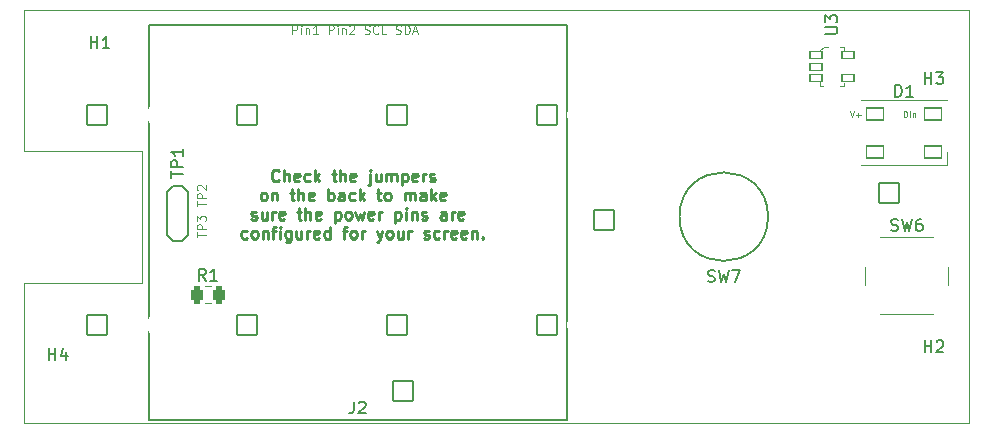
<source format=gto>
G04 #@! TF.GenerationSoftware,KiCad,Pcbnew,(6.0.1-0)*
G04 #@! TF.CreationDate,2022-02-27T22:00:48+07:00*
G04 #@! TF.ProjectId,V0_Display,56305f44-6973-4706-9c61-792e6b696361,rev?*
G04 #@! TF.SameCoordinates,Original*
G04 #@! TF.FileFunction,Legend,Top*
G04 #@! TF.FilePolarity,Positive*
%FSLAX46Y46*%
G04 Gerber Fmt 4.6, Leading zero omitted, Abs format (unit mm)*
G04 Created by KiCad (PCBNEW (6.0.1-0)) date 2022-02-27 22:00:48*
%MOMM*%
%LPD*%
G01*
G04 APERTURE LIST*
G04 Aperture macros list*
%AMRoundRect*
0 Rectangle with rounded corners*
0 $1 Rounding radius*
0 $2 $3 $4 $5 $6 $7 $8 $9 X,Y pos of 4 corners*
0 Add a 4 corners polygon primitive as box body*
4,1,4,$2,$3,$4,$5,$6,$7,$8,$9,$2,$3,0*
0 Add four circle primitives for the rounded corners*
1,1,$1+$1,$2,$3*
1,1,$1+$1,$4,$5*
1,1,$1+$1,$6,$7*
1,1,$1+$1,$8,$9*
0 Add four rect primitives between the rounded corners*
20,1,$1+$1,$2,$3,$4,$5,0*
20,1,$1+$1,$4,$5,$6,$7,0*
20,1,$1+$1,$6,$7,$8,$9,0*
20,1,$1+$1,$8,$9,$2,$3,0*%
G04 Aperture macros list end*
G04 #@! TA.AperFunction,Profile*
%ADD10C,0.050000*%
G04 #@! TD*
%ADD11C,0.075000*%
%ADD12C,0.100000*%
%ADD13C,0.250000*%
%ADD14C,0.150000*%
%ADD15C,0.120000*%
%ADD16C,2.802000*%
%ADD17C,2.102000*%
%ADD18O,2.602000X4.102000*%
%ADD19RoundRect,0.051000X-0.750000X-0.500000X0.750000X-0.500000X0.750000X0.500000X-0.750000X0.500000X0*%
%ADD20C,1.502000*%
%ADD21RoundRect,0.070000X-0.525000X0.300000X-0.525000X-0.300000X0.525000X-0.300000X0.525000X0.300000X0*%
%ADD22C,1.626000*%
%ADD23RoundRect,0.294750X-0.243750X-0.456250X0.243750X-0.456250X0.243750X0.456250X-0.243750X0.456250X0*%
%ADD24RoundRect,0.051000X0.850000X-0.850000X0.850000X0.850000X-0.850000X0.850000X-0.850000X-0.850000X0*%
%ADD25O,1.802000X1.802000*%
%ADD26RoundRect,0.051000X-0.850000X0.850000X-0.850000X-0.850000X0.850000X-0.850000X0.850000X0.850000X0*%
%ADD27O,1.902000X1.902000*%
%ADD28O,1.602000X1.602000*%
G04 APERTURE END LIST*
D10*
X85170000Y-61562000D02*
X85170000Y-49650000D01*
X165170000Y-84650000D02*
X85170000Y-84650000D01*
X85170000Y-84650000D02*
X85170000Y-72738000D01*
X85170000Y-61562000D02*
X95144000Y-61562000D01*
X85170000Y-72738000D02*
X95144000Y-72738000D01*
X95144000Y-61562000D02*
X95144000Y-72738000D01*
X85170000Y-49650000D02*
X165170000Y-49650000D01*
X165170000Y-49650000D02*
X165170000Y-84650000D01*
D11*
X155119809Y-58240190D02*
X155286476Y-58740190D01*
X155453142Y-58240190D01*
X155619809Y-58549714D02*
X156000761Y-58549714D01*
X155810285Y-58740190D02*
X155810285Y-58359238D01*
D12*
X107902142Y-51687285D02*
X107902142Y-50937285D01*
X108187857Y-50937285D01*
X108259285Y-50973000D01*
X108295000Y-51008714D01*
X108330714Y-51080142D01*
X108330714Y-51187285D01*
X108295000Y-51258714D01*
X108259285Y-51294428D01*
X108187857Y-51330142D01*
X107902142Y-51330142D01*
X108652142Y-51687285D02*
X108652142Y-51187285D01*
X108652142Y-50937285D02*
X108616428Y-50973000D01*
X108652142Y-51008714D01*
X108687857Y-50973000D01*
X108652142Y-50937285D01*
X108652142Y-51008714D01*
X109009285Y-51187285D02*
X109009285Y-51687285D01*
X109009285Y-51258714D02*
X109045000Y-51223000D01*
X109116428Y-51187285D01*
X109223571Y-51187285D01*
X109295000Y-51223000D01*
X109330714Y-51294428D01*
X109330714Y-51687285D01*
X110080714Y-51687285D02*
X109652142Y-51687285D01*
X109866428Y-51687285D02*
X109866428Y-50937285D01*
X109795000Y-51044428D01*
X109723571Y-51115857D01*
X109652142Y-51151571D01*
X110973571Y-51687285D02*
X110973571Y-50937285D01*
X111259285Y-50937285D01*
X111330714Y-50973000D01*
X111366428Y-51008714D01*
X111402142Y-51080142D01*
X111402142Y-51187285D01*
X111366428Y-51258714D01*
X111330714Y-51294428D01*
X111259285Y-51330142D01*
X110973571Y-51330142D01*
X111723571Y-51687285D02*
X111723571Y-51187285D01*
X111723571Y-50937285D02*
X111687857Y-50973000D01*
X111723571Y-51008714D01*
X111759285Y-50973000D01*
X111723571Y-50937285D01*
X111723571Y-51008714D01*
X112080714Y-51187285D02*
X112080714Y-51687285D01*
X112080714Y-51258714D02*
X112116428Y-51223000D01*
X112187857Y-51187285D01*
X112295000Y-51187285D01*
X112366428Y-51223000D01*
X112402142Y-51294428D01*
X112402142Y-51687285D01*
X112723571Y-51008714D02*
X112759285Y-50973000D01*
X112830714Y-50937285D01*
X113009285Y-50937285D01*
X113080714Y-50973000D01*
X113116428Y-51008714D01*
X113152142Y-51080142D01*
X113152142Y-51151571D01*
X113116428Y-51258714D01*
X112687857Y-51687285D01*
X113152142Y-51687285D01*
X114009285Y-51651571D02*
X114116428Y-51687285D01*
X114295000Y-51687285D01*
X114366428Y-51651571D01*
X114402142Y-51615857D01*
X114437857Y-51544428D01*
X114437857Y-51473000D01*
X114402142Y-51401571D01*
X114366428Y-51365857D01*
X114295000Y-51330142D01*
X114152142Y-51294428D01*
X114080714Y-51258714D01*
X114045000Y-51223000D01*
X114009285Y-51151571D01*
X114009285Y-51080142D01*
X114045000Y-51008714D01*
X114080714Y-50973000D01*
X114152142Y-50937285D01*
X114330714Y-50937285D01*
X114437857Y-50973000D01*
X115187857Y-51615857D02*
X115152142Y-51651571D01*
X115045000Y-51687285D01*
X114973571Y-51687285D01*
X114866428Y-51651571D01*
X114795000Y-51580142D01*
X114759285Y-51508714D01*
X114723571Y-51365857D01*
X114723571Y-51258714D01*
X114759285Y-51115857D01*
X114795000Y-51044428D01*
X114866428Y-50973000D01*
X114973571Y-50937285D01*
X115045000Y-50937285D01*
X115152142Y-50973000D01*
X115187857Y-51008714D01*
X115866428Y-51687285D02*
X115509285Y-51687285D01*
X115509285Y-50937285D01*
X116652142Y-51651571D02*
X116759285Y-51687285D01*
X116937857Y-51687285D01*
X117009285Y-51651571D01*
X117045000Y-51615857D01*
X117080714Y-51544428D01*
X117080714Y-51473000D01*
X117045000Y-51401571D01*
X117009285Y-51365857D01*
X116937857Y-51330142D01*
X116795000Y-51294428D01*
X116723571Y-51258714D01*
X116687857Y-51223000D01*
X116652142Y-51151571D01*
X116652142Y-51080142D01*
X116687857Y-51008714D01*
X116723571Y-50973000D01*
X116795000Y-50937285D01*
X116973571Y-50937285D01*
X117080714Y-50973000D01*
X117402142Y-51687285D02*
X117402142Y-50937285D01*
X117580714Y-50937285D01*
X117687857Y-50973000D01*
X117759285Y-51044428D01*
X117795000Y-51115857D01*
X117830714Y-51258714D01*
X117830714Y-51365857D01*
X117795000Y-51508714D01*
X117759285Y-51580142D01*
X117687857Y-51651571D01*
X117580714Y-51687285D01*
X117402142Y-51687285D01*
X118116428Y-51473000D02*
X118473571Y-51473000D01*
X118045000Y-51687285D02*
X118295000Y-50937285D01*
X118545000Y-51687285D01*
X99813285Y-68892000D02*
X99813285Y-68463428D01*
X100563285Y-68677714D02*
X99813285Y-68677714D01*
X100563285Y-68213428D02*
X99813285Y-68213428D01*
X99813285Y-67927714D01*
X99849000Y-67856285D01*
X99884714Y-67820571D01*
X99956142Y-67784857D01*
X100063285Y-67784857D01*
X100134714Y-67820571D01*
X100170428Y-67856285D01*
X100206142Y-67927714D01*
X100206142Y-68213428D01*
X99813285Y-67534857D02*
X99813285Y-67070571D01*
X100099000Y-67320571D01*
X100099000Y-67213428D01*
X100134714Y-67142000D01*
X100170428Y-67106285D01*
X100241857Y-67070571D01*
X100420428Y-67070571D01*
X100491857Y-67106285D01*
X100527571Y-67142000D01*
X100563285Y-67213428D01*
X100563285Y-67427714D01*
X100527571Y-67499142D01*
X100491857Y-67534857D01*
X99813285Y-66284857D02*
X99813285Y-65856285D01*
X100563285Y-66070571D02*
X99813285Y-66070571D01*
X100563285Y-65606285D02*
X99813285Y-65606285D01*
X99813285Y-65320571D01*
X99849000Y-65249142D01*
X99884714Y-65213428D01*
X99956142Y-65177714D01*
X100063285Y-65177714D01*
X100134714Y-65213428D01*
X100170428Y-65249142D01*
X100206142Y-65320571D01*
X100206142Y-65606285D01*
X99884714Y-64892000D02*
X99849000Y-64856285D01*
X99813285Y-64784857D01*
X99813285Y-64606285D01*
X99849000Y-64534857D01*
X99884714Y-64499142D01*
X99956142Y-64463428D01*
X100027571Y-64463428D01*
X100134714Y-64499142D01*
X100563285Y-64927714D01*
X100563285Y-64463428D01*
D11*
X159691809Y-58740190D02*
X159691809Y-58240190D01*
X159810857Y-58240190D01*
X159882285Y-58264000D01*
X159929904Y-58311619D01*
X159953714Y-58359238D01*
X159977523Y-58454476D01*
X159977523Y-58525904D01*
X159953714Y-58621142D01*
X159929904Y-58668761D01*
X159882285Y-58716380D01*
X159810857Y-58740190D01*
X159691809Y-58740190D01*
X160191809Y-58740190D02*
X160191809Y-58406857D01*
X160191809Y-58240190D02*
X160168000Y-58264000D01*
X160191809Y-58287809D01*
X160215619Y-58264000D01*
X160191809Y-58240190D01*
X160191809Y-58287809D01*
X160429904Y-58406857D02*
X160429904Y-58740190D01*
X160429904Y-58454476D02*
X160453714Y-58430666D01*
X160501333Y-58406857D01*
X160572761Y-58406857D01*
X160620380Y-58430666D01*
X160644190Y-58478285D01*
X160644190Y-58740190D01*
D13*
X106765333Y-64076142D02*
X106717714Y-64123761D01*
X106574857Y-64171380D01*
X106479619Y-64171380D01*
X106336761Y-64123761D01*
X106241523Y-64028523D01*
X106193904Y-63933285D01*
X106146285Y-63742809D01*
X106146285Y-63599952D01*
X106193904Y-63409476D01*
X106241523Y-63314238D01*
X106336761Y-63219000D01*
X106479619Y-63171380D01*
X106574857Y-63171380D01*
X106717714Y-63219000D01*
X106765333Y-63266619D01*
X107193904Y-64171380D02*
X107193904Y-63171380D01*
X107622476Y-64171380D02*
X107622476Y-63647571D01*
X107574857Y-63552333D01*
X107479619Y-63504714D01*
X107336761Y-63504714D01*
X107241523Y-63552333D01*
X107193904Y-63599952D01*
X108479619Y-64123761D02*
X108384380Y-64171380D01*
X108193904Y-64171380D01*
X108098666Y-64123761D01*
X108051047Y-64028523D01*
X108051047Y-63647571D01*
X108098666Y-63552333D01*
X108193904Y-63504714D01*
X108384380Y-63504714D01*
X108479619Y-63552333D01*
X108527238Y-63647571D01*
X108527238Y-63742809D01*
X108051047Y-63838047D01*
X109384380Y-64123761D02*
X109289142Y-64171380D01*
X109098666Y-64171380D01*
X109003428Y-64123761D01*
X108955809Y-64076142D01*
X108908190Y-63980904D01*
X108908190Y-63695190D01*
X108955809Y-63599952D01*
X109003428Y-63552333D01*
X109098666Y-63504714D01*
X109289142Y-63504714D01*
X109384380Y-63552333D01*
X109812952Y-64171380D02*
X109812952Y-63171380D01*
X109908190Y-63790428D02*
X110193904Y-64171380D01*
X110193904Y-63504714D02*
X109812952Y-63885666D01*
X111241523Y-63504714D02*
X111622476Y-63504714D01*
X111384380Y-63171380D02*
X111384380Y-64028523D01*
X111432000Y-64123761D01*
X111527238Y-64171380D01*
X111622476Y-64171380D01*
X111955809Y-64171380D02*
X111955809Y-63171380D01*
X112384380Y-64171380D02*
X112384380Y-63647571D01*
X112336761Y-63552333D01*
X112241523Y-63504714D01*
X112098666Y-63504714D01*
X112003428Y-63552333D01*
X111955809Y-63599952D01*
X113241523Y-64123761D02*
X113146285Y-64171380D01*
X112955809Y-64171380D01*
X112860571Y-64123761D01*
X112812952Y-64028523D01*
X112812952Y-63647571D01*
X112860571Y-63552333D01*
X112955809Y-63504714D01*
X113146285Y-63504714D01*
X113241523Y-63552333D01*
X113289142Y-63647571D01*
X113289142Y-63742809D01*
X112812952Y-63838047D01*
X114479619Y-63504714D02*
X114479619Y-64361857D01*
X114432000Y-64457095D01*
X114336761Y-64504714D01*
X114289142Y-64504714D01*
X114479619Y-63171380D02*
X114432000Y-63219000D01*
X114479619Y-63266619D01*
X114527238Y-63219000D01*
X114479619Y-63171380D01*
X114479619Y-63266619D01*
X115384380Y-63504714D02*
X115384380Y-64171380D01*
X114955809Y-63504714D02*
X114955809Y-64028523D01*
X115003428Y-64123761D01*
X115098666Y-64171380D01*
X115241523Y-64171380D01*
X115336761Y-64123761D01*
X115384380Y-64076142D01*
X115860571Y-64171380D02*
X115860571Y-63504714D01*
X115860571Y-63599952D02*
X115908190Y-63552333D01*
X116003428Y-63504714D01*
X116146285Y-63504714D01*
X116241523Y-63552333D01*
X116289142Y-63647571D01*
X116289142Y-64171380D01*
X116289142Y-63647571D02*
X116336761Y-63552333D01*
X116432000Y-63504714D01*
X116574857Y-63504714D01*
X116670095Y-63552333D01*
X116717714Y-63647571D01*
X116717714Y-64171380D01*
X117193904Y-63504714D02*
X117193904Y-64504714D01*
X117193904Y-63552333D02*
X117289142Y-63504714D01*
X117479619Y-63504714D01*
X117574857Y-63552333D01*
X117622476Y-63599952D01*
X117670095Y-63695190D01*
X117670095Y-63980904D01*
X117622476Y-64076142D01*
X117574857Y-64123761D01*
X117479619Y-64171380D01*
X117289142Y-64171380D01*
X117193904Y-64123761D01*
X118479619Y-64123761D02*
X118384380Y-64171380D01*
X118193904Y-64171380D01*
X118098666Y-64123761D01*
X118051047Y-64028523D01*
X118051047Y-63647571D01*
X118098666Y-63552333D01*
X118193904Y-63504714D01*
X118384380Y-63504714D01*
X118479619Y-63552333D01*
X118527238Y-63647571D01*
X118527238Y-63742809D01*
X118051047Y-63838047D01*
X118955809Y-64171380D02*
X118955809Y-63504714D01*
X118955809Y-63695190D02*
X119003428Y-63599952D01*
X119051047Y-63552333D01*
X119146285Y-63504714D01*
X119241523Y-63504714D01*
X119527238Y-64123761D02*
X119622476Y-64171380D01*
X119812952Y-64171380D01*
X119908190Y-64123761D01*
X119955809Y-64028523D01*
X119955809Y-63980904D01*
X119908190Y-63885666D01*
X119812952Y-63838047D01*
X119670095Y-63838047D01*
X119574857Y-63790428D01*
X119527238Y-63695190D01*
X119527238Y-63647571D01*
X119574857Y-63552333D01*
X119670095Y-63504714D01*
X119812952Y-63504714D01*
X119908190Y-63552333D01*
X105408190Y-65781380D02*
X105312952Y-65733761D01*
X105265333Y-65686142D01*
X105217714Y-65590904D01*
X105217714Y-65305190D01*
X105265333Y-65209952D01*
X105312952Y-65162333D01*
X105408190Y-65114714D01*
X105551047Y-65114714D01*
X105646285Y-65162333D01*
X105693904Y-65209952D01*
X105741523Y-65305190D01*
X105741523Y-65590904D01*
X105693904Y-65686142D01*
X105646285Y-65733761D01*
X105551047Y-65781380D01*
X105408190Y-65781380D01*
X106170095Y-65114714D02*
X106170095Y-65781380D01*
X106170095Y-65209952D02*
X106217714Y-65162333D01*
X106312952Y-65114714D01*
X106455809Y-65114714D01*
X106551047Y-65162333D01*
X106598666Y-65257571D01*
X106598666Y-65781380D01*
X107693904Y-65114714D02*
X108074857Y-65114714D01*
X107836761Y-64781380D02*
X107836761Y-65638523D01*
X107884380Y-65733761D01*
X107979619Y-65781380D01*
X108074857Y-65781380D01*
X108408190Y-65781380D02*
X108408190Y-64781380D01*
X108836761Y-65781380D02*
X108836761Y-65257571D01*
X108789142Y-65162333D01*
X108693904Y-65114714D01*
X108551047Y-65114714D01*
X108455809Y-65162333D01*
X108408190Y-65209952D01*
X109693904Y-65733761D02*
X109598666Y-65781380D01*
X109408190Y-65781380D01*
X109312952Y-65733761D01*
X109265333Y-65638523D01*
X109265333Y-65257571D01*
X109312952Y-65162333D01*
X109408190Y-65114714D01*
X109598666Y-65114714D01*
X109693904Y-65162333D01*
X109741523Y-65257571D01*
X109741523Y-65352809D01*
X109265333Y-65448047D01*
X110932000Y-65781380D02*
X110932000Y-64781380D01*
X110932000Y-65162333D02*
X111027238Y-65114714D01*
X111217714Y-65114714D01*
X111312952Y-65162333D01*
X111360571Y-65209952D01*
X111408190Y-65305190D01*
X111408190Y-65590904D01*
X111360571Y-65686142D01*
X111312952Y-65733761D01*
X111217714Y-65781380D01*
X111027238Y-65781380D01*
X110932000Y-65733761D01*
X112265333Y-65781380D02*
X112265333Y-65257571D01*
X112217714Y-65162333D01*
X112122476Y-65114714D01*
X111932000Y-65114714D01*
X111836761Y-65162333D01*
X112265333Y-65733761D02*
X112170095Y-65781380D01*
X111932000Y-65781380D01*
X111836761Y-65733761D01*
X111789142Y-65638523D01*
X111789142Y-65543285D01*
X111836761Y-65448047D01*
X111932000Y-65400428D01*
X112170095Y-65400428D01*
X112265333Y-65352809D01*
X113170095Y-65733761D02*
X113074857Y-65781380D01*
X112884380Y-65781380D01*
X112789142Y-65733761D01*
X112741523Y-65686142D01*
X112693904Y-65590904D01*
X112693904Y-65305190D01*
X112741523Y-65209952D01*
X112789142Y-65162333D01*
X112884380Y-65114714D01*
X113074857Y-65114714D01*
X113170095Y-65162333D01*
X113598666Y-65781380D02*
X113598666Y-64781380D01*
X113693904Y-65400428D02*
X113979619Y-65781380D01*
X113979619Y-65114714D02*
X113598666Y-65495666D01*
X115027238Y-65114714D02*
X115408190Y-65114714D01*
X115170095Y-64781380D02*
X115170095Y-65638523D01*
X115217714Y-65733761D01*
X115312952Y-65781380D01*
X115408190Y-65781380D01*
X115884380Y-65781380D02*
X115789142Y-65733761D01*
X115741523Y-65686142D01*
X115693904Y-65590904D01*
X115693904Y-65305190D01*
X115741523Y-65209952D01*
X115789142Y-65162333D01*
X115884380Y-65114714D01*
X116027238Y-65114714D01*
X116122476Y-65162333D01*
X116170095Y-65209952D01*
X116217714Y-65305190D01*
X116217714Y-65590904D01*
X116170095Y-65686142D01*
X116122476Y-65733761D01*
X116027238Y-65781380D01*
X115884380Y-65781380D01*
X117408190Y-65781380D02*
X117408190Y-65114714D01*
X117408190Y-65209952D02*
X117455809Y-65162333D01*
X117551047Y-65114714D01*
X117693904Y-65114714D01*
X117789142Y-65162333D01*
X117836761Y-65257571D01*
X117836761Y-65781380D01*
X117836761Y-65257571D02*
X117884380Y-65162333D01*
X117979619Y-65114714D01*
X118122476Y-65114714D01*
X118217714Y-65162333D01*
X118265333Y-65257571D01*
X118265333Y-65781380D01*
X119170095Y-65781380D02*
X119170095Y-65257571D01*
X119122476Y-65162333D01*
X119027238Y-65114714D01*
X118836761Y-65114714D01*
X118741523Y-65162333D01*
X119170095Y-65733761D02*
X119074857Y-65781380D01*
X118836761Y-65781380D01*
X118741523Y-65733761D01*
X118693904Y-65638523D01*
X118693904Y-65543285D01*
X118741523Y-65448047D01*
X118836761Y-65400428D01*
X119074857Y-65400428D01*
X119170095Y-65352809D01*
X119646285Y-65781380D02*
X119646285Y-64781380D01*
X119741523Y-65400428D02*
X120027238Y-65781380D01*
X120027238Y-65114714D02*
X119646285Y-65495666D01*
X120836761Y-65733761D02*
X120741523Y-65781380D01*
X120551047Y-65781380D01*
X120455809Y-65733761D01*
X120408190Y-65638523D01*
X120408190Y-65257571D01*
X120455809Y-65162333D01*
X120551047Y-65114714D01*
X120741523Y-65114714D01*
X120836761Y-65162333D01*
X120884380Y-65257571D01*
X120884380Y-65352809D01*
X120408190Y-65448047D01*
X104432000Y-67343761D02*
X104527238Y-67391380D01*
X104717714Y-67391380D01*
X104812952Y-67343761D01*
X104860571Y-67248523D01*
X104860571Y-67200904D01*
X104812952Y-67105666D01*
X104717714Y-67058047D01*
X104574857Y-67058047D01*
X104479619Y-67010428D01*
X104432000Y-66915190D01*
X104432000Y-66867571D01*
X104479619Y-66772333D01*
X104574857Y-66724714D01*
X104717714Y-66724714D01*
X104812952Y-66772333D01*
X105717714Y-66724714D02*
X105717714Y-67391380D01*
X105289142Y-66724714D02*
X105289142Y-67248523D01*
X105336761Y-67343761D01*
X105432000Y-67391380D01*
X105574857Y-67391380D01*
X105670095Y-67343761D01*
X105717714Y-67296142D01*
X106193904Y-67391380D02*
X106193904Y-66724714D01*
X106193904Y-66915190D02*
X106241523Y-66819952D01*
X106289142Y-66772333D01*
X106384380Y-66724714D01*
X106479619Y-66724714D01*
X107193904Y-67343761D02*
X107098666Y-67391380D01*
X106908190Y-67391380D01*
X106812952Y-67343761D01*
X106765333Y-67248523D01*
X106765333Y-66867571D01*
X106812952Y-66772333D01*
X106908190Y-66724714D01*
X107098666Y-66724714D01*
X107193904Y-66772333D01*
X107241523Y-66867571D01*
X107241523Y-66962809D01*
X106765333Y-67058047D01*
X108289142Y-66724714D02*
X108670095Y-66724714D01*
X108432000Y-66391380D02*
X108432000Y-67248523D01*
X108479619Y-67343761D01*
X108574857Y-67391380D01*
X108670095Y-67391380D01*
X109003428Y-67391380D02*
X109003428Y-66391380D01*
X109432000Y-67391380D02*
X109432000Y-66867571D01*
X109384380Y-66772333D01*
X109289142Y-66724714D01*
X109146285Y-66724714D01*
X109051047Y-66772333D01*
X109003428Y-66819952D01*
X110289142Y-67343761D02*
X110193904Y-67391380D01*
X110003428Y-67391380D01*
X109908190Y-67343761D01*
X109860571Y-67248523D01*
X109860571Y-66867571D01*
X109908190Y-66772333D01*
X110003428Y-66724714D01*
X110193904Y-66724714D01*
X110289142Y-66772333D01*
X110336761Y-66867571D01*
X110336761Y-66962809D01*
X109860571Y-67058047D01*
X111527238Y-66724714D02*
X111527238Y-67724714D01*
X111527238Y-66772333D02*
X111622476Y-66724714D01*
X111812952Y-66724714D01*
X111908190Y-66772333D01*
X111955809Y-66819952D01*
X112003428Y-66915190D01*
X112003428Y-67200904D01*
X111955809Y-67296142D01*
X111908190Y-67343761D01*
X111812952Y-67391380D01*
X111622476Y-67391380D01*
X111527238Y-67343761D01*
X112574857Y-67391380D02*
X112479619Y-67343761D01*
X112432000Y-67296142D01*
X112384380Y-67200904D01*
X112384380Y-66915190D01*
X112432000Y-66819952D01*
X112479619Y-66772333D01*
X112574857Y-66724714D01*
X112717714Y-66724714D01*
X112812952Y-66772333D01*
X112860571Y-66819952D01*
X112908190Y-66915190D01*
X112908190Y-67200904D01*
X112860571Y-67296142D01*
X112812952Y-67343761D01*
X112717714Y-67391380D01*
X112574857Y-67391380D01*
X113241523Y-66724714D02*
X113432000Y-67391380D01*
X113622476Y-66915190D01*
X113812952Y-67391380D01*
X114003428Y-66724714D01*
X114765333Y-67343761D02*
X114670095Y-67391380D01*
X114479619Y-67391380D01*
X114384380Y-67343761D01*
X114336761Y-67248523D01*
X114336761Y-66867571D01*
X114384380Y-66772333D01*
X114479619Y-66724714D01*
X114670095Y-66724714D01*
X114765333Y-66772333D01*
X114812952Y-66867571D01*
X114812952Y-66962809D01*
X114336761Y-67058047D01*
X115241523Y-67391380D02*
X115241523Y-66724714D01*
X115241523Y-66915190D02*
X115289142Y-66819952D01*
X115336761Y-66772333D01*
X115432000Y-66724714D01*
X115527238Y-66724714D01*
X116622476Y-66724714D02*
X116622476Y-67724714D01*
X116622476Y-66772333D02*
X116717714Y-66724714D01*
X116908190Y-66724714D01*
X117003428Y-66772333D01*
X117051047Y-66819952D01*
X117098666Y-66915190D01*
X117098666Y-67200904D01*
X117051047Y-67296142D01*
X117003428Y-67343761D01*
X116908190Y-67391380D01*
X116717714Y-67391380D01*
X116622476Y-67343761D01*
X117527238Y-67391380D02*
X117527238Y-66724714D01*
X117527238Y-66391380D02*
X117479619Y-66439000D01*
X117527238Y-66486619D01*
X117574857Y-66439000D01*
X117527238Y-66391380D01*
X117527238Y-66486619D01*
X118003428Y-66724714D02*
X118003428Y-67391380D01*
X118003428Y-66819952D02*
X118051047Y-66772333D01*
X118146285Y-66724714D01*
X118289142Y-66724714D01*
X118384380Y-66772333D01*
X118432000Y-66867571D01*
X118432000Y-67391380D01*
X118860571Y-67343761D02*
X118955809Y-67391380D01*
X119146285Y-67391380D01*
X119241523Y-67343761D01*
X119289142Y-67248523D01*
X119289142Y-67200904D01*
X119241523Y-67105666D01*
X119146285Y-67058047D01*
X119003428Y-67058047D01*
X118908190Y-67010428D01*
X118860571Y-66915190D01*
X118860571Y-66867571D01*
X118908190Y-66772333D01*
X119003428Y-66724714D01*
X119146285Y-66724714D01*
X119241523Y-66772333D01*
X120908190Y-67391380D02*
X120908190Y-66867571D01*
X120860571Y-66772333D01*
X120765333Y-66724714D01*
X120574857Y-66724714D01*
X120479619Y-66772333D01*
X120908190Y-67343761D02*
X120812952Y-67391380D01*
X120574857Y-67391380D01*
X120479619Y-67343761D01*
X120432000Y-67248523D01*
X120432000Y-67153285D01*
X120479619Y-67058047D01*
X120574857Y-67010428D01*
X120812952Y-67010428D01*
X120908190Y-66962809D01*
X121384380Y-67391380D02*
X121384380Y-66724714D01*
X121384380Y-66915190D02*
X121432000Y-66819952D01*
X121479619Y-66772333D01*
X121574857Y-66724714D01*
X121670095Y-66724714D01*
X122384380Y-67343761D02*
X122289142Y-67391380D01*
X122098666Y-67391380D01*
X122003428Y-67343761D01*
X121955809Y-67248523D01*
X121955809Y-66867571D01*
X122003428Y-66772333D01*
X122098666Y-66724714D01*
X122289142Y-66724714D01*
X122384380Y-66772333D01*
X122432000Y-66867571D01*
X122432000Y-66962809D01*
X121955809Y-67058047D01*
X104051047Y-68953761D02*
X103955809Y-69001380D01*
X103765333Y-69001380D01*
X103670095Y-68953761D01*
X103622476Y-68906142D01*
X103574857Y-68810904D01*
X103574857Y-68525190D01*
X103622476Y-68429952D01*
X103670095Y-68382333D01*
X103765333Y-68334714D01*
X103955809Y-68334714D01*
X104051047Y-68382333D01*
X104622476Y-69001380D02*
X104527238Y-68953761D01*
X104479619Y-68906142D01*
X104432000Y-68810904D01*
X104432000Y-68525190D01*
X104479619Y-68429952D01*
X104527238Y-68382333D01*
X104622476Y-68334714D01*
X104765333Y-68334714D01*
X104860571Y-68382333D01*
X104908190Y-68429952D01*
X104955809Y-68525190D01*
X104955809Y-68810904D01*
X104908190Y-68906142D01*
X104860571Y-68953761D01*
X104765333Y-69001380D01*
X104622476Y-69001380D01*
X105384380Y-68334714D02*
X105384380Y-69001380D01*
X105384380Y-68429952D02*
X105432000Y-68382333D01*
X105527238Y-68334714D01*
X105670095Y-68334714D01*
X105765333Y-68382333D01*
X105812952Y-68477571D01*
X105812952Y-69001380D01*
X106146285Y-68334714D02*
X106527238Y-68334714D01*
X106289142Y-69001380D02*
X106289142Y-68144238D01*
X106336761Y-68049000D01*
X106432000Y-68001380D01*
X106527238Y-68001380D01*
X106860571Y-69001380D02*
X106860571Y-68334714D01*
X106860571Y-68001380D02*
X106812952Y-68049000D01*
X106860571Y-68096619D01*
X106908190Y-68049000D01*
X106860571Y-68001380D01*
X106860571Y-68096619D01*
X107765333Y-68334714D02*
X107765333Y-69144238D01*
X107717714Y-69239476D01*
X107670095Y-69287095D01*
X107574857Y-69334714D01*
X107432000Y-69334714D01*
X107336761Y-69287095D01*
X107765333Y-68953761D02*
X107670095Y-69001380D01*
X107479619Y-69001380D01*
X107384380Y-68953761D01*
X107336761Y-68906142D01*
X107289142Y-68810904D01*
X107289142Y-68525190D01*
X107336761Y-68429952D01*
X107384380Y-68382333D01*
X107479619Y-68334714D01*
X107670095Y-68334714D01*
X107765333Y-68382333D01*
X108670095Y-68334714D02*
X108670095Y-69001380D01*
X108241523Y-68334714D02*
X108241523Y-68858523D01*
X108289142Y-68953761D01*
X108384380Y-69001380D01*
X108527238Y-69001380D01*
X108622476Y-68953761D01*
X108670095Y-68906142D01*
X109146285Y-69001380D02*
X109146285Y-68334714D01*
X109146285Y-68525190D02*
X109193904Y-68429952D01*
X109241523Y-68382333D01*
X109336761Y-68334714D01*
X109432000Y-68334714D01*
X110146285Y-68953761D02*
X110051047Y-69001380D01*
X109860571Y-69001380D01*
X109765333Y-68953761D01*
X109717714Y-68858523D01*
X109717714Y-68477571D01*
X109765333Y-68382333D01*
X109860571Y-68334714D01*
X110051047Y-68334714D01*
X110146285Y-68382333D01*
X110193904Y-68477571D01*
X110193904Y-68572809D01*
X109717714Y-68668047D01*
X111051047Y-69001380D02*
X111051047Y-68001380D01*
X111051047Y-68953761D02*
X110955809Y-69001380D01*
X110765333Y-69001380D01*
X110670095Y-68953761D01*
X110622476Y-68906142D01*
X110574857Y-68810904D01*
X110574857Y-68525190D01*
X110622476Y-68429952D01*
X110670095Y-68382333D01*
X110765333Y-68334714D01*
X110955809Y-68334714D01*
X111051047Y-68382333D01*
X112146285Y-68334714D02*
X112527238Y-68334714D01*
X112289142Y-69001380D02*
X112289142Y-68144238D01*
X112336761Y-68049000D01*
X112432000Y-68001380D01*
X112527238Y-68001380D01*
X113003428Y-69001380D02*
X112908190Y-68953761D01*
X112860571Y-68906142D01*
X112812952Y-68810904D01*
X112812952Y-68525190D01*
X112860571Y-68429952D01*
X112908190Y-68382333D01*
X113003428Y-68334714D01*
X113146285Y-68334714D01*
X113241523Y-68382333D01*
X113289142Y-68429952D01*
X113336761Y-68525190D01*
X113336761Y-68810904D01*
X113289142Y-68906142D01*
X113241523Y-68953761D01*
X113146285Y-69001380D01*
X113003428Y-69001380D01*
X113765333Y-69001380D02*
X113765333Y-68334714D01*
X113765333Y-68525190D02*
X113812952Y-68429952D01*
X113860571Y-68382333D01*
X113955809Y-68334714D01*
X114051047Y-68334714D01*
X115051047Y-68334714D02*
X115289142Y-69001380D01*
X115527238Y-68334714D02*
X115289142Y-69001380D01*
X115193904Y-69239476D01*
X115146285Y-69287095D01*
X115051047Y-69334714D01*
X116051047Y-69001380D02*
X115955809Y-68953761D01*
X115908190Y-68906142D01*
X115860571Y-68810904D01*
X115860571Y-68525190D01*
X115908190Y-68429952D01*
X115955809Y-68382333D01*
X116051047Y-68334714D01*
X116193904Y-68334714D01*
X116289142Y-68382333D01*
X116336761Y-68429952D01*
X116384380Y-68525190D01*
X116384380Y-68810904D01*
X116336761Y-68906142D01*
X116289142Y-68953761D01*
X116193904Y-69001380D01*
X116051047Y-69001380D01*
X117241523Y-68334714D02*
X117241523Y-69001380D01*
X116812952Y-68334714D02*
X116812952Y-68858523D01*
X116860571Y-68953761D01*
X116955809Y-69001380D01*
X117098666Y-69001380D01*
X117193904Y-68953761D01*
X117241523Y-68906142D01*
X117717714Y-69001380D02*
X117717714Y-68334714D01*
X117717714Y-68525190D02*
X117765333Y-68429952D01*
X117812952Y-68382333D01*
X117908190Y-68334714D01*
X118003428Y-68334714D01*
X119051047Y-68953761D02*
X119146285Y-69001380D01*
X119336761Y-69001380D01*
X119432000Y-68953761D01*
X119479619Y-68858523D01*
X119479619Y-68810904D01*
X119432000Y-68715666D01*
X119336761Y-68668047D01*
X119193904Y-68668047D01*
X119098666Y-68620428D01*
X119051047Y-68525190D01*
X119051047Y-68477571D01*
X119098666Y-68382333D01*
X119193904Y-68334714D01*
X119336761Y-68334714D01*
X119432000Y-68382333D01*
X120336761Y-68953761D02*
X120241523Y-69001380D01*
X120051047Y-69001380D01*
X119955809Y-68953761D01*
X119908190Y-68906142D01*
X119860571Y-68810904D01*
X119860571Y-68525190D01*
X119908190Y-68429952D01*
X119955809Y-68382333D01*
X120051047Y-68334714D01*
X120241523Y-68334714D01*
X120336761Y-68382333D01*
X120765333Y-69001380D02*
X120765333Y-68334714D01*
X120765333Y-68525190D02*
X120812952Y-68429952D01*
X120860571Y-68382333D01*
X120955809Y-68334714D01*
X121051047Y-68334714D01*
X121765333Y-68953761D02*
X121670095Y-69001380D01*
X121479619Y-69001380D01*
X121384380Y-68953761D01*
X121336761Y-68858523D01*
X121336761Y-68477571D01*
X121384380Y-68382333D01*
X121479619Y-68334714D01*
X121670095Y-68334714D01*
X121765333Y-68382333D01*
X121812952Y-68477571D01*
X121812952Y-68572809D01*
X121336761Y-68668047D01*
X122622476Y-68953761D02*
X122527238Y-69001380D01*
X122336761Y-69001380D01*
X122241523Y-68953761D01*
X122193904Y-68858523D01*
X122193904Y-68477571D01*
X122241523Y-68382333D01*
X122336761Y-68334714D01*
X122527238Y-68334714D01*
X122622476Y-68382333D01*
X122670095Y-68477571D01*
X122670095Y-68572809D01*
X122193904Y-68668047D01*
X123098666Y-68334714D02*
X123098666Y-69001380D01*
X123098666Y-68429952D02*
X123146285Y-68382333D01*
X123241523Y-68334714D01*
X123384380Y-68334714D01*
X123479619Y-68382333D01*
X123527238Y-68477571D01*
X123527238Y-69001380D01*
X124003428Y-68906142D02*
X124051047Y-68953761D01*
X124003428Y-69001380D01*
X123955809Y-68953761D01*
X124003428Y-68906142D01*
X124003428Y-69001380D01*
D14*
X161438095Y-78634380D02*
X161438095Y-77634380D01*
X161438095Y-78110571D02*
X162009523Y-78110571D01*
X162009523Y-78634380D02*
X162009523Y-77634380D01*
X162438095Y-77729619D02*
X162485714Y-77682000D01*
X162580952Y-77634380D01*
X162819047Y-77634380D01*
X162914285Y-77682000D01*
X162961904Y-77729619D01*
X163009523Y-77824857D01*
X163009523Y-77920095D01*
X162961904Y-78062952D01*
X162390476Y-78634380D01*
X163009523Y-78634380D01*
X161438095Y-55918380D02*
X161438095Y-54918380D01*
X161438095Y-55394571D02*
X162009523Y-55394571D01*
X162009523Y-55918380D02*
X162009523Y-54918380D01*
X162390476Y-54918380D02*
X163009523Y-54918380D01*
X162676190Y-55299333D01*
X162819047Y-55299333D01*
X162914285Y-55346952D01*
X162961904Y-55394571D01*
X163009523Y-55489809D01*
X163009523Y-55727904D01*
X162961904Y-55823142D01*
X162914285Y-55870761D01*
X162819047Y-55918380D01*
X162533333Y-55918380D01*
X162438095Y-55870761D01*
X162390476Y-55823142D01*
X158586666Y-68304761D02*
X158729523Y-68352380D01*
X158967619Y-68352380D01*
X159062857Y-68304761D01*
X159110476Y-68257142D01*
X159158095Y-68161904D01*
X159158095Y-68066666D01*
X159110476Y-67971428D01*
X159062857Y-67923809D01*
X158967619Y-67876190D01*
X158777142Y-67828571D01*
X158681904Y-67780952D01*
X158634285Y-67733333D01*
X158586666Y-67638095D01*
X158586666Y-67542857D01*
X158634285Y-67447619D01*
X158681904Y-67400000D01*
X158777142Y-67352380D01*
X159015238Y-67352380D01*
X159158095Y-67400000D01*
X159491428Y-67352380D02*
X159729523Y-68352380D01*
X159920000Y-67638095D01*
X160110476Y-68352380D01*
X160348571Y-67352380D01*
X161158095Y-67352380D02*
X160967619Y-67352380D01*
X160872380Y-67400000D01*
X160824761Y-67447619D01*
X160729523Y-67590476D01*
X160681904Y-67780952D01*
X160681904Y-68161904D01*
X160729523Y-68257142D01*
X160777142Y-68304761D01*
X160872380Y-68352380D01*
X161062857Y-68352380D01*
X161158095Y-68304761D01*
X161205714Y-68257142D01*
X161253333Y-68161904D01*
X161253333Y-67923809D01*
X161205714Y-67828571D01*
X161158095Y-67780952D01*
X161062857Y-67733333D01*
X160872380Y-67733333D01*
X160777142Y-67780952D01*
X160729523Y-67828571D01*
X160681904Y-67923809D01*
X143086666Y-72634761D02*
X143229523Y-72682380D01*
X143467619Y-72682380D01*
X143562857Y-72634761D01*
X143610476Y-72587142D01*
X143658095Y-72491904D01*
X143658095Y-72396666D01*
X143610476Y-72301428D01*
X143562857Y-72253809D01*
X143467619Y-72206190D01*
X143277142Y-72158571D01*
X143181904Y-72110952D01*
X143134285Y-72063333D01*
X143086666Y-71968095D01*
X143086666Y-71872857D01*
X143134285Y-71777619D01*
X143181904Y-71730000D01*
X143277142Y-71682380D01*
X143515238Y-71682380D01*
X143658095Y-71730000D01*
X143991428Y-71682380D02*
X144229523Y-72682380D01*
X144420000Y-71968095D01*
X144610476Y-72682380D01*
X144848571Y-71682380D01*
X145134285Y-71682380D02*
X145800952Y-71682380D01*
X145372380Y-72682380D01*
X87270095Y-79286380D02*
X87270095Y-78286380D01*
X87270095Y-78762571D02*
X87841523Y-78762571D01*
X87841523Y-79286380D02*
X87841523Y-78286380D01*
X88746285Y-78619714D02*
X88746285Y-79286380D01*
X88508190Y-78238761D02*
X88270095Y-78953047D01*
X88889142Y-78953047D01*
X90826095Y-52870380D02*
X90826095Y-51870380D01*
X90826095Y-52346571D02*
X91397523Y-52346571D01*
X91397523Y-52870380D02*
X91397523Y-51870380D01*
X92397523Y-52870380D02*
X91826095Y-52870380D01*
X92111809Y-52870380D02*
X92111809Y-51870380D01*
X92016571Y-52013238D01*
X91921333Y-52108476D01*
X91826095Y-52156095D01*
X158921904Y-56990380D02*
X158921904Y-55990380D01*
X159160000Y-55990380D01*
X159302857Y-56038000D01*
X159398095Y-56133238D01*
X159445714Y-56228476D01*
X159493333Y-56418952D01*
X159493333Y-56561809D01*
X159445714Y-56752285D01*
X159398095Y-56847523D01*
X159302857Y-56942761D01*
X159160000Y-56990380D01*
X158921904Y-56990380D01*
X160445714Y-56990380D02*
X159874285Y-56990380D01*
X160160000Y-56990380D02*
X160160000Y-55990380D01*
X160064761Y-56133238D01*
X159969523Y-56228476D01*
X159874285Y-56276095D01*
X97644380Y-63839904D02*
X97644380Y-63268476D01*
X98644380Y-63554190D02*
X97644380Y-63554190D01*
X98644380Y-62935142D02*
X97644380Y-62935142D01*
X97644380Y-62554190D01*
X97692000Y-62458952D01*
X97739619Y-62411333D01*
X97834857Y-62363714D01*
X97977714Y-62363714D01*
X98072952Y-62411333D01*
X98120571Y-62458952D01*
X98168190Y-62554190D01*
X98168190Y-62935142D01*
X98644380Y-61411333D02*
X98644380Y-61982761D01*
X98644380Y-61697047D02*
X97644380Y-61697047D01*
X97787238Y-61792285D01*
X97882476Y-61887523D01*
X97930095Y-61982761D01*
X153016380Y-51655904D02*
X153825904Y-51655904D01*
X153921142Y-51608285D01*
X153968761Y-51560666D01*
X154016380Y-51465428D01*
X154016380Y-51274952D01*
X153968761Y-51179714D01*
X153921142Y-51132095D01*
X153825904Y-51084476D01*
X153016380Y-51084476D01*
X153016380Y-50703523D02*
X153016380Y-50084476D01*
X153397333Y-50417809D01*
X153397333Y-50274952D01*
X153444952Y-50179714D01*
X153492571Y-50132095D01*
X153587809Y-50084476D01*
X153825904Y-50084476D01*
X153921142Y-50132095D01*
X153968761Y-50179714D01*
X154016380Y-50274952D01*
X154016380Y-50560666D01*
X153968761Y-50655904D01*
X153921142Y-50703523D01*
X113098666Y-82810380D02*
X113098666Y-83524666D01*
X113051047Y-83667523D01*
X112955809Y-83762761D01*
X112812952Y-83810380D01*
X112717714Y-83810380D01*
X113527238Y-82905619D02*
X113574857Y-82858000D01*
X113670095Y-82810380D01*
X113908190Y-82810380D01*
X114003428Y-82858000D01*
X114051047Y-82905619D01*
X114098666Y-83000857D01*
X114098666Y-83096095D01*
X114051047Y-83238952D01*
X113479619Y-83810380D01*
X114098666Y-83810380D01*
X100565333Y-72556380D02*
X100232000Y-72080190D01*
X99993904Y-72556380D02*
X99993904Y-71556380D01*
X100374857Y-71556380D01*
X100470095Y-71604000D01*
X100517714Y-71651619D01*
X100565333Y-71746857D01*
X100565333Y-71889714D01*
X100517714Y-71984952D01*
X100470095Y-72032571D01*
X100374857Y-72080190D01*
X99993904Y-72080190D01*
X101517714Y-72556380D02*
X100946285Y-72556380D01*
X101232000Y-72556380D02*
X101232000Y-71556380D01*
X101136761Y-71699238D01*
X101041523Y-71794476D01*
X100946285Y-71842095D01*
D15*
X163420000Y-72900000D02*
X163420000Y-71400000D01*
X156420000Y-71400000D02*
X156420000Y-72900000D01*
X162170000Y-68900000D02*
X157670000Y-68900000D01*
X157670000Y-75400000D02*
X162170000Y-75400000D01*
D14*
X148170000Y-67150000D02*
G75*
G03*
X148170000Y-67150000I-3750000J0D01*
G01*
D15*
X156010000Y-62788000D02*
X163310000Y-62788000D01*
X156010000Y-57288000D02*
X163310000Y-57288000D01*
X163310000Y-62788000D02*
X163310000Y-61638000D01*
D14*
X99092000Y-68696000D02*
X98592000Y-69196000D01*
X97292000Y-68696000D02*
X97292000Y-65096000D01*
X99092000Y-65096000D02*
X99092000Y-68696000D01*
X97792000Y-64596000D02*
X98592000Y-64596000D01*
X98592000Y-69196000D02*
X97792000Y-69196000D01*
X97292000Y-65096000D02*
X97792000Y-64596000D01*
X97792000Y-69196000D02*
X97292000Y-68696000D01*
X98592000Y-64596000D02*
X99092000Y-65096000D01*
D12*
X154564000Y-53125000D02*
X154564000Y-52800000D01*
X154564000Y-52800000D02*
X154264000Y-52800000D01*
X152889000Y-52800000D02*
X152564000Y-53025000D01*
X152564000Y-53025000D02*
X152564000Y-53125000D01*
X152564000Y-56100000D02*
X152864000Y-56100000D01*
X154564000Y-56100000D02*
X154239000Y-56100000D01*
X152564000Y-55775000D02*
X152564000Y-56100000D01*
X152889000Y-52800000D02*
X153264000Y-52800000D01*
X152564000Y-53125000D02*
X152039000Y-53125000D01*
X154564000Y-55800000D02*
X154564000Y-56100000D01*
D14*
X95732000Y-50908000D02*
X131132000Y-50908000D01*
X131132000Y-50908000D02*
X131132000Y-84408000D01*
X95732000Y-50908000D02*
X95732000Y-84408000D01*
X95732000Y-84408000D02*
X131132000Y-84408000D01*
D15*
X100473422Y-73044000D02*
X100990578Y-73044000D01*
X100473422Y-74464000D02*
X100990578Y-74464000D01*
%LPC*%
D16*
X162200000Y-81882000D03*
X162200000Y-52418000D03*
D17*
X156670000Y-69900000D03*
X163170000Y-69900000D03*
X163170000Y-74400000D03*
X156670000Y-74400000D03*
X141920000Y-74650000D03*
X146920000Y-74650000D03*
X144420000Y-74650000D03*
D18*
X149500000Y-67150000D03*
X139340000Y-67150000D03*
D17*
X141920000Y-60150000D03*
X146920000Y-60150000D03*
D16*
X88032000Y-81882000D03*
X88032000Y-52418000D03*
D19*
X157210000Y-58438000D03*
X157210000Y-61638000D03*
X162110000Y-61638000D03*
X162110000Y-58438000D03*
D20*
X98192000Y-65626000D03*
X98192000Y-68166000D03*
D21*
X152214000Y-53500000D03*
X152214000Y-54450000D03*
X152214000Y-55400000D03*
X154914000Y-55400000D03*
X154914000Y-53500000D03*
D22*
X109622000Y-53108000D03*
X112162000Y-53108000D03*
X114702000Y-53108000D03*
X117242000Y-53108000D03*
D23*
X99794500Y-73754000D03*
X101669500Y-73754000D03*
D24*
X117232000Y-81882000D03*
D25*
X114692000Y-81882000D03*
X112152000Y-81882000D03*
X109612000Y-81882000D03*
D17*
X147670000Y-78108000D03*
X141170000Y-78108000D03*
X147670000Y-82608000D03*
X141170000Y-82608000D03*
D26*
X158385000Y-65118000D03*
D25*
X160925000Y-65118000D03*
D27*
X86384000Y-64675000D03*
X86384000Y-70125000D03*
D28*
X89414000Y-64975000D03*
X89414000Y-69825000D03*
D25*
X86254000Y-58510000D03*
X88794000Y-58510000D03*
D26*
X91334000Y-58510000D03*
D25*
X93874000Y-58510000D03*
X96414000Y-58510000D03*
X98954000Y-58510000D03*
X101494000Y-58510000D03*
D26*
X104034000Y-58510000D03*
D25*
X106574000Y-58510000D03*
X109114000Y-58510000D03*
X111654000Y-58510000D03*
X114194000Y-58510000D03*
D26*
X116734000Y-58510000D03*
D25*
X119274000Y-58510000D03*
X121814000Y-58510000D03*
X124354000Y-58510000D03*
X126894000Y-58510000D03*
D26*
X129434000Y-58510000D03*
D25*
X131974000Y-58510000D03*
X134514000Y-58510000D03*
X134514000Y-76290000D03*
X131974000Y-76290000D03*
D26*
X129434000Y-76290000D03*
D25*
X126894000Y-76290000D03*
X124354000Y-76290000D03*
X121814000Y-76290000D03*
X119274000Y-76290000D03*
D26*
X116734000Y-76290000D03*
D25*
X114194000Y-76290000D03*
X111654000Y-76290000D03*
X109114000Y-76290000D03*
X106574000Y-76290000D03*
D26*
X104034000Y-76290000D03*
D25*
X101494000Y-76290000D03*
X98954000Y-76290000D03*
X96414000Y-76290000D03*
X93874000Y-76290000D03*
D26*
X91334000Y-76290000D03*
D25*
X88794000Y-76290000D03*
X86254000Y-76290000D03*
X134284000Y-64860000D03*
D26*
X134284000Y-67400000D03*
D25*
X134284000Y-69940000D03*
M02*

</source>
